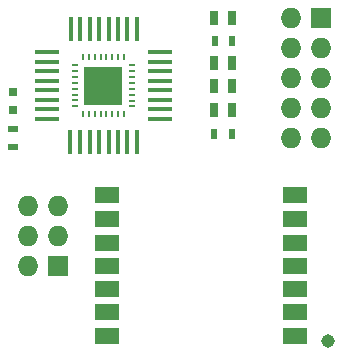
<source format=gbr>
%FSLAX46Y46*%
G04 Gerber Fmt 4.6, Leading zero omitted, Abs format (unit mm)*
G04 Created by KiCad (PCBNEW (2014-jul-16 BZR unknown)-product) date Wed 29 Oct 2014 15:34:50 GMT*
%MOMM*%
G01*
G04 APERTURE LIST*
%ADD10C,0.100000*%
%ADD11R,1.998980X1.399540*%
%ADD12R,0.635000X1.143000*%
%ADD13R,0.797560X0.797560*%
%ADD14R,0.449580X1.998980*%
%ADD15R,1.998980X0.449580*%
%ADD16R,0.248920X0.599440*%
%ADD17R,0.599440X0.248920*%
%ADD18R,3.299460X3.299460*%
%ADD19R,1.727200X1.727200*%
%ADD20O,1.727200X1.727200*%
%ADD21R,0.900000X0.500000*%
%ADD22R,0.500000X0.900000*%
%ADD23C,1.143000*%
G04 APERTURE END LIST*
D10*
D11*
X148894800Y-109618780D03*
X148866860Y-111620300D03*
X148866860Y-113619280D03*
X148866860Y-115570000D03*
X148866860Y-117520720D03*
X148866860Y-119519700D03*
X148866860Y-121521220D03*
X164767260Y-121521220D03*
X164767260Y-119519700D03*
X164767260Y-117520720D03*
X164767260Y-115570000D03*
X164767260Y-113619280D03*
X164767260Y-111620300D03*
X164767260Y-109618780D03*
D12*
X159512000Y-98425000D03*
X157988000Y-98425000D03*
X157988000Y-100330000D03*
X159512000Y-100330000D03*
X157950000Y-102372000D03*
X159474000Y-102372000D03*
X157988000Y-94615000D03*
X159512000Y-94615000D03*
D13*
X140970000Y-100850700D03*
X140970000Y-102349300D03*
D14*
X145813780Y-95514160D03*
X146613880Y-95514160D03*
X147413980Y-95514160D03*
X148214080Y-95514160D03*
X149014180Y-95514160D03*
X149814280Y-95514160D03*
X150614380Y-95514160D03*
X151414480Y-95514160D03*
X151409400Y-105079800D03*
X145796000Y-105079800D03*
X146608800Y-105079800D03*
X147421600Y-105079800D03*
X148209000Y-105079800D03*
X149021800Y-105079800D03*
X149809200Y-105079800D03*
X150622000Y-105079800D03*
D15*
X153416000Y-97505520D03*
X153416000Y-98303080D03*
X153416000Y-99105720D03*
X153416000Y-99903280D03*
X153416000Y-100705920D03*
X153416000Y-101503480D03*
X153416000Y-102306120D03*
X153416000Y-103103680D03*
X143814800Y-97510600D03*
X143814800Y-98298000D03*
X143814800Y-99110800D03*
X143814800Y-99898200D03*
X143814800Y-100685600D03*
X143814800Y-101498400D03*
X143814800Y-102311200D03*
X143814800Y-103124000D03*
D16*
X150337520Y-97932240D03*
X149837140Y-97932240D03*
X149336760Y-97932240D03*
X148836380Y-97932240D03*
X148338540Y-97932240D03*
X147838160Y-97932240D03*
X147337780Y-97932240D03*
X146837400Y-97932240D03*
D17*
X146187160Y-100578920D03*
X146187160Y-101076760D03*
X146187160Y-101577140D03*
X146187160Y-102077520D03*
D18*
X148590000Y-100330000D03*
D17*
X146187160Y-98579940D03*
X146187160Y-99080320D03*
X146187160Y-99580700D03*
X146187160Y-100078540D03*
D16*
X146842480Y-102727760D03*
X147342860Y-102730300D03*
X147840700Y-102730300D03*
X148341080Y-102730300D03*
X148841460Y-102730300D03*
X149341840Y-102730300D03*
X149842220Y-102730300D03*
X150342600Y-102730300D03*
D17*
X150990300Y-102080060D03*
X150990300Y-101579680D03*
X150990300Y-101079300D03*
X150990300Y-100581460D03*
X150990300Y-100081080D03*
X150990300Y-99580700D03*
X150990300Y-99080320D03*
X150990300Y-98579940D03*
D19*
X167005000Y-94615000D03*
D20*
X164465000Y-94615000D03*
X167005000Y-97155000D03*
X164465000Y-97155000D03*
X167005000Y-99695000D03*
X164465000Y-99695000D03*
X167005000Y-102235000D03*
X164465000Y-102235000D03*
X167005000Y-104775000D03*
X164465000Y-104775000D03*
D21*
X140970000Y-104025000D03*
X140970000Y-105525000D03*
D22*
X157962000Y-104404000D03*
X159462000Y-104404000D03*
X158000000Y-96520000D03*
X159500000Y-96520000D03*
D19*
X144780000Y-115570000D03*
D20*
X142240000Y-115570000D03*
X144780000Y-113030000D03*
X142240000Y-113030000D03*
X144780000Y-110490000D03*
X142240000Y-110490000D03*
D23*
X167640000Y-121920000D03*
M02*

</source>
